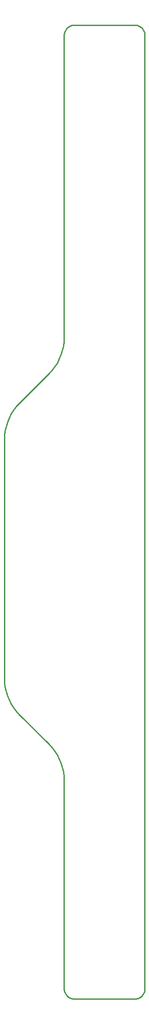
<source format=gbr>
G04 EAGLE Gerber RS-274X export*
G75*
%MOMM*%
%FSLAX34Y34*%
%LPD*%
%IN*%
%IPPOS*%
%AMOC8*
5,1,8,0,0,1.08239X$1,22.5*%
G01*
%ADD10C,0.254000*%


D10*
X0Y616421D02*
X381Y607706D01*
X1519Y599057D01*
X3407Y590539D01*
X6031Y582219D01*
X9369Y574160D01*
X13397Y566421D01*
X18085Y559064D01*
X23396Y552143D01*
X29289Y545711D01*
X85711Y489289D01*
X91604Y482857D01*
X96915Y475936D01*
X101603Y468579D01*
X105631Y460840D01*
X108969Y452781D01*
X111593Y444461D01*
X113481Y435943D01*
X114619Y427294D01*
X115000Y418579D01*
X115000Y20000D01*
X115076Y18257D01*
X115304Y16527D01*
X115681Y14824D01*
X116206Y13160D01*
X116874Y11548D01*
X117680Y10000D01*
X118617Y8528D01*
X119679Y7144D01*
X120858Y5858D01*
X122144Y4679D01*
X123528Y3617D01*
X125000Y2680D01*
X126548Y1874D01*
X128160Y1206D01*
X129824Y681D01*
X131527Y304D01*
X133257Y76D01*
X135000Y0D01*
X250000Y0D01*
X251743Y76D01*
X253473Y304D01*
X255176Y681D01*
X256840Y1206D01*
X258452Y1874D01*
X260000Y2680D01*
X261472Y3617D01*
X262856Y4679D01*
X264142Y5858D01*
X265321Y7144D01*
X266383Y8528D01*
X267321Y10000D01*
X268126Y11548D01*
X268794Y13160D01*
X269319Y14824D01*
X269696Y16527D01*
X269924Y18257D01*
X270000Y20000D01*
X270000Y1850000D01*
X269924Y1851743D01*
X269696Y1853473D01*
X269319Y1855176D01*
X268794Y1856840D01*
X268126Y1858452D01*
X267321Y1860000D01*
X266383Y1861472D01*
X265321Y1862856D01*
X264142Y1864142D01*
X262856Y1865321D01*
X261472Y1866383D01*
X260000Y1867321D01*
X258452Y1868126D01*
X256840Y1868794D01*
X255176Y1869319D01*
X253473Y1869696D01*
X251743Y1869924D01*
X250000Y1870000D01*
X135000Y1870000D01*
X133257Y1869924D01*
X131527Y1869696D01*
X129824Y1869319D01*
X128160Y1868794D01*
X126548Y1868126D01*
X125000Y1867321D01*
X123528Y1866383D01*
X122144Y1865321D01*
X120858Y1864142D01*
X119679Y1862856D01*
X118617Y1861472D01*
X117680Y1860000D01*
X116874Y1858452D01*
X116206Y1856840D01*
X115681Y1855176D01*
X115304Y1853473D01*
X115076Y1851743D01*
X115000Y1850000D01*
X115000Y1271421D01*
X114619Y1262706D01*
X113481Y1254057D01*
X111593Y1245539D01*
X108969Y1237219D01*
X105631Y1229160D01*
X101603Y1221421D01*
X96915Y1214064D01*
X91604Y1207143D01*
X85711Y1200711D01*
X29289Y1144289D01*
X23396Y1137857D01*
X18085Y1130936D01*
X13397Y1123579D01*
X9369Y1115840D01*
X6031Y1107781D01*
X3407Y1099461D01*
X1519Y1090943D01*
X381Y1082294D01*
X0Y1073579D01*
X0Y616421D01*
M02*

</source>
